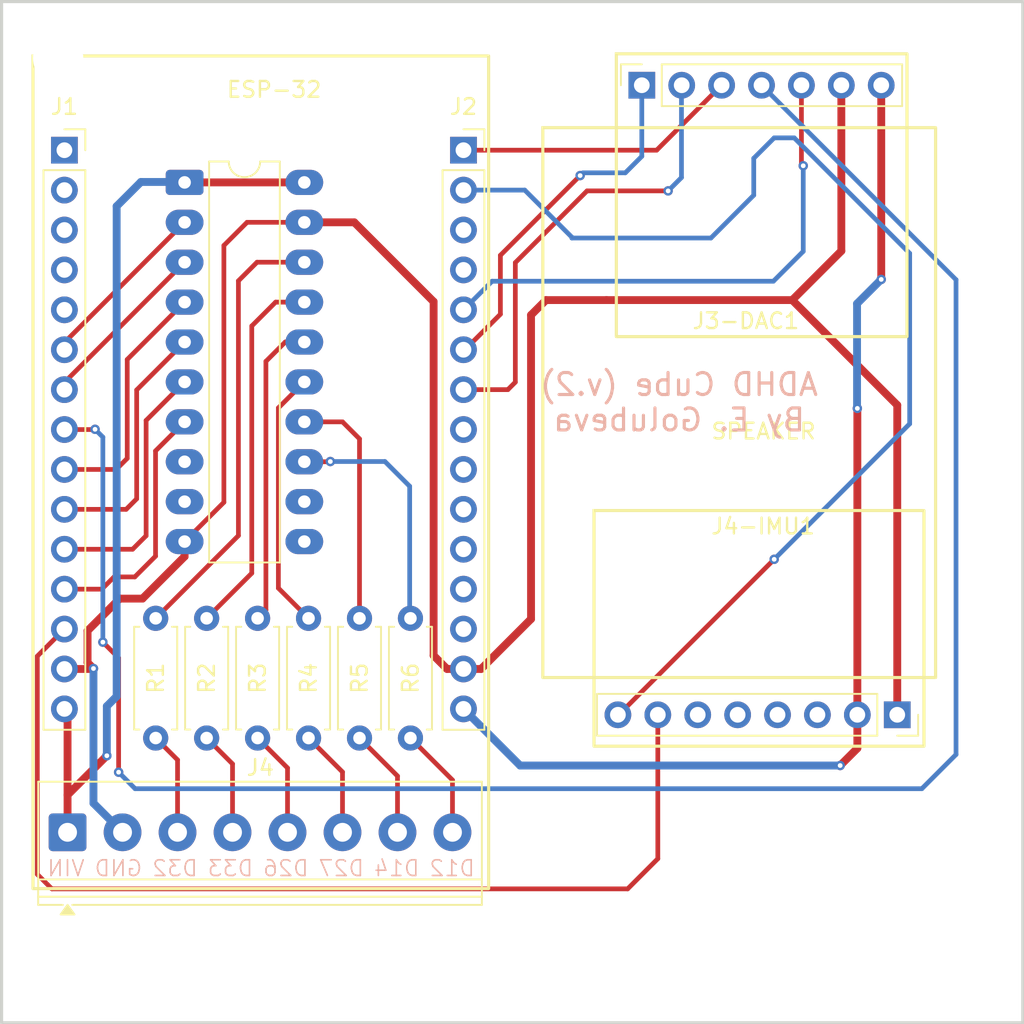
<source format=kicad_pcb>
(kicad_pcb (version 20241229) (generator "pcbnew") (generator_version "9.0")
  (layers (0 "F.Cu" signal) (2 "B.Cu" signal) (13 "F.Paste" user) (15 "B.Paste" user) (5 "F.SilkS" user "F.Silkscreen") (7 "B.SilkS" user "B.Silkscreen") (1 "F.Mask" user) (3 "B.Mask" user) (25 "Edge.Cuts" user))
  (net 0 "")
  (net 1 "GND")
  (net 2 "D12")
  (net 3 "D33")
  (net 4 "D26")
  (net 5 "D32")
  (net 6 "D27")
  (net 7 "D14")
  (net 8 "D25")
  (net 12 "D13")
  (net 13 "VIN")
  (net 17 "D21")
  (net 18 "D23")
  (net 19 "D22")
  (net 23 "3V3")
  (net 27 "D18")
  (net 29 "D19")
  (net 36 "Net-(J4-Pin_4)")
  (net 37 "Net-(J4-Pin_3)")
  (net 38 "Net-(J4-Pin_6)")
  (net 39 "Net-(J4-Pin_5)")
  (net 42 "Net-(U1-B0)")
  (net 43 "Net-(U1-B1)")
  (net 44 "Net-(U1-B2)")
  (net 45 "Net-(U1-B3)")
  (net 46 "Net-(U1-B4)")
  (net 47 "Net-(U1-B5)")
  (net 48 "Net-(J4-Pin_7)")
  (net 49 "Net-(J4-Pin_8)")
  (footprint "Connector_PinSocket_2.54mm:PinSocket_1x15_P2.54mm_Vertical" (layer "F.Cu") (at 79.4 59.46)
    (property "Reference" "J2" (at 0 -2.77 0) (layer "F.SilkS"))
    (property "Value" "Conn_01x15" (hide yes))
    (fp_line (start -1.33 1.27) (end -1.33 36.89) (stroke (width 0.12)) (layer "F.SilkS"))
    (fp_line (start -1.33 1.27) (end 1.33 1.27) (stroke (width 0.12)) (layer "F.SilkS"))
    (fp_line (start -1.33 36.89) (end 1.33 36.89) (stroke (width 0.12)) (layer "F.SilkS"))
    (fp_line (start 0 -1.33) (end 1.33 -1.33) (stroke (width 0.12)) (layer "F.SilkS"))
    (fp_line (start 1.33 -1.33) (end 1.33 0) (stroke (width 0.12)) (layer "F.SilkS"))
    (fp_line (start 1.33 1.27) (end 1.33 36.89) (stroke (width 0.12)) (layer "F.SilkS"))
    (pad "1" thru_hole rect (at 0 0) (size 1.7 1.7) (drill 1) (layers "*.Cu" "*.Mask") (net 18 "D23"))
    (pad "2" thru_hole circle (at 0 2.54) (size 1.7 1.7) (drill 1) (layers "*.Cu" "*.Mask") (net 19 "D22"))
    (pad "3" thru_hole circle (at 0 5.08) (size 1.7 1.7) (drill 1) (layers "*.Cu" "*.Mask"))
    (pad "4" thru_hole circle (at 0 7.62) (size 1.7 1.7) (drill 1) (layers "*.Cu" "*.Mask"))
    (pad "5" thru_hole circle (at 0 10.16) (size 1.7 1.7) (drill 1) (layers "*.Cu" "*.Mask") (net 17 "D21"))
    (pad "6" thru_hole circle (at 0 12.7) (size 1.7 1.7) (drill 1) (layers "*.Cu" "*.Mask") (net 29 "D19"))
    (pad "7" thru_hole circle (at 0 15.24) (size 1.7 1.7) (drill 1) (layers "*.Cu" "*.Mask") (net 27 "D18"))
    (pad "8" thru_hole circle (at 0 17.78) (size 1.7 1.7) (drill 1) (layers "*.Cu" "*.Mask"))
    (pad "9" thru_hole circle (at 0 20.32) (size 1.7 1.7) (drill 1) (layers "*.Cu" "*.Mask"))
    (pad "10" thru_hole circle (at 0 22.86) (size 1.7 1.7) (drill 1) (layers "*.Cu" "*.Mask"))
    (pad "11" thru_hole circle (at 0 25.4) (size 1.7 1.7) (drill 1) (layers "*.Cu" "*.Mask"))
    (pad "12" thru_hole circle (at 0 27.94) (size 1.7 1.7) (drill 1) (layers "*.Cu" "*.Mask"))
    (pad "13" thru_hole circle (at 0 30.48) (size 1.7 1.7) (drill 1) (layers "*.Cu" "*.Mask"))
    (pad "14" thru_hole circle (at 0 33.02) (size 1.7 1.7) (drill 1) (layers "*.Cu" "*.Mask") (net 1 "GND"))
    (pad "15" thru_hole circle (at 0 35.56) (size 1.7 1.7) (drill 1) (layers "*.Cu" "*.Mask") (net 23 "3V3"))
  )
  (footprint "Connector_PinSocket_2.54mm:PinSocket_1x15_P2.54mm_Vertical" (layer "F.Cu") (at 54 59.46)
    (property "Reference" "J1" (at 0 -2.77 0) (layer "F.SilkS"))
    (property "Value" "Conn_01x15" (hide yes))
    (fp_line (start -1.33 1.27) (end -1.33 36.89) (stroke (width 0.12)) (layer "F.SilkS"))
    (fp_line (start -1.33 1.27) (end 1.33 1.27) (stroke (width 0.12)) (layer "F.SilkS"))
    (fp_line (start -1.33 36.89) (end 1.33 36.89) (stroke (width 0.12)) (layer "F.SilkS"))
    (fp_line (start 0 -1.33) (end 1.33 -1.33) (stroke (width 0.12)) (layer "F.SilkS"))
    (fp_line (start 1.33 -1.33) (end 1.33 0) (stroke (width 0.12)) (layer "F.SilkS"))
    (fp_line (start 1.33 1.27) (end 1.33 36.89) (stroke (width 0.12)) (layer "F.SilkS"))
    (pad "1" thru_hole rect (at 0 0) (size 1.7 1.7) (drill 1) (layers "*.Cu" "*.Mask"))
    (pad "2" thru_hole circle (at 0 2.54) (size 1.7 1.7) (drill 1) (layers "*.Cu" "*.Mask"))
    (pad "3" thru_hole circle (at 0 5.08) (size 1.7 1.7) (drill 1) (layers "*.Cu" "*.Mask"))
    (pad "4" thru_hole circle (at 0 7.62) (size 1.7 1.7) (drill 1) (layers "*.Cu" "*.Mask"))
    (pad "5" thru_hole circle (at 0 10.16) (size 1.7 1.7) (drill 1) (layers "*.Cu" "*.Mask"))
    (pad "6" thru_hole circle (at 0 12.7) (size 1.7 1.7) (drill 1) (layers "*.Cu" "*.Mask") (net 5 "D32"))
    (pad "7" thru_hole circle (at 0 15.24) (size 1.7 1.7) (drill 1) (layers "*.Cu" "*.Mask") (net 3 "D33"))
    (pad "8" thru_hole circle (at 0 17.78) (size 1.7 1.7) (drill 1) (layers "*.Cu" "*.Mask") (net 8 "D25"))
    (pad "9" thru_hole circle (at 0 20.32) (size 1.7 1.7) (drill 1) (layers "*.Cu" "*.Mask") (net 4 "D26"))
    (pad "10" thru_hole circle (at 0 22.86) (size 1.7 1.7) (drill 1) (layers "*.Cu" "*.Mask") (net 6 "D27"))
    (pad "11" thru_hole circle (at 0 25.4) (size 1.7 1.7) (drill 1) (layers "*.Cu" "*.Mask") (net 7 "D14"))
    (pad "12" thru_hole circle (at 0 27.94) (size 1.7 1.7) (drill 1) (layers "*.Cu" "*.Mask") (net 2 "D12"))
    (pad "13" thru_hole circle (at 0 30.48) (size 1.7 1.7) (drill 1) (layers "*.Cu" "*.Mask") (net 12 "D13"))
    (pad "14" thru_hole circle (at 0 33.02) (size 1.7 1.7) (drill 1) (layers "*.Cu" "*.Mask") (net 1 "GND"))
    (pad "15" thru_hole circle (at 0 35.56) (size 1.7 1.7) (drill 1) (layers "*.Cu" "*.Mask") (net 13 "VIN"))
  )
  (footprint "MountingHole:MountingHole_3.2mm_M3" (layer "F.Cu") (at 53.6 53.6)
    (property "Reference" "H1" (hide yes))
    (property "Value" "MountingHole" (hide yes))
    (pad "" np_thru_hole circle (at 0 0) (size 3.2 3.2) (drill 3.2) (layers "*.Cu" "*.Mask"))
  )
  (footprint "Resistor_THT:R_Axial_DIN0207_L6.3mm_D2.5mm_P7.62mm_Horizontal" (layer "F.Cu") (at 63.053 89.255 -90)
    (property "Reference" "R2" (at 3.81 0 90) (layer "F.SilkS"))
    (property "Value" "R" (hide yes))
    (fp_line (start 0.54 1.37) (end 7.08 1.37) (stroke (width 0.12)) (layer "F.SilkS"))
    (fp_line (start 7.08 1.37) (end 7.08 1.04) (stroke (width 0.12)) (layer "F.SilkS"))
    (fp_line (start 0.54 1.04) (end 0.54 1.37) (stroke (width 0.12)) (layer "F.SilkS"))
    (fp_line (start 0.54 -1.04) (end 0.54 -1.37) (stroke (width 0.12)) (layer "F.SilkS"))
    (fp_line (start 0.54 -1.37) (end 7.08 -1.37) (stroke (width 0.12)) (layer "F.SilkS"))
    (fp_line (start 7.08 -1.37) (end 7.08 -1.04) (stroke (width 0.12)) (layer "F.SilkS"))
    (pad "1" thru_hole circle (at 0 0 270) (size 1.6 1.6) (drill 0.8) (layers "*.Cu" "*.Mask") (net 43 "Net-(U1-B1)"))
    (pad "2" thru_hole circle (at 7.62 0 270) (size 1.6 1.6) (drill 0.8) (layers "*.Cu" "*.Mask") (net 36 "Net-(J4-Pin_4)"))
  )
  (footprint "Resistor_THT:R_Axial_DIN0207_L6.3mm_D2.5mm_P7.62mm_Horizontal" (layer "F.Cu") (at 59.81 89.255 -90)
    (property "Reference" "R1" (at 3.81 0 90) (layer "F.SilkS"))
    (property "Value" "R" (hide yes))
    (fp_line (start 0.54 1.37) (end 7.08 1.37) (stroke (width 0.12)) (layer "F.SilkS"))
    (fp_line (start 7.08 1.37) (end 7.08 1.04) (stroke (width 0.12)) (layer "F.SilkS"))
    (fp_line (start 0.54 1.04) (end 0.54 1.37) (stroke (width 0.12)) (layer "F.SilkS"))
    (fp_line (start 0.54 -1.04) (end 0.54 -1.37) (stroke (width 0.12)) (layer "F.SilkS"))
    (fp_line (start 0.54 -1.37) (end 7.08 -1.37) (stroke (width 0.12)) (layer "F.SilkS"))
    (fp_line (start 7.08 -1.37) (end 7.08 -1.04) (stroke (width 0.12)) (layer "F.SilkS"))
    (pad "1" thru_hole circle (at 0 0 270) (size 1.6 1.6) (drill 0.8) (layers "*.Cu" "*.Mask") (net 42 "Net-(U1-B0)"))
    (pad "2" thru_hole circle (at 7.62 0 270) (size 1.6 1.6) (drill 0.8) (layers "*.Cu" "*.Mask") (net 37 "Net-(J4-Pin_3)"))
  )
  (footprint "Connector_PinSocket_2.54mm:PinSocket_1x07_P2.54mm_Vertical" (layer "F.Cu") (at 90.75 55.325 90)
    (property "Reference" "J3-DAC1" (at -15 6.625 180) (layer "F.SilkS"))
    (property "Value" "Conn_01x07" (hide yes))
    (fp_line (start 1.33 -1.33) (end 1.33 0) (stroke (width 0.12)) (layer "F.SilkS"))
    (fp_line (start 0 -1.33) (end 1.33 -1.33) (stroke (width 0.12)) (layer "F.SilkS"))
    (fp_line (start 1.33 1.27) (end 1.33 16.57) (stroke (width 0.12)) (layer "F.SilkS"))
    (fp_line (start -1.33 1.27) (end 1.33 1.27) (stroke (width 0.12)) (layer "F.SilkS"))
    (fp_line (start -1.33 1.27) (end -1.33 16.57) (stroke (width 0.12)) (layer "F.SilkS"))
    (fp_line (start -1.33 16.57) (end 1.33 16.57) (stroke (width 0.12)) (layer "F.SilkS"))
    (pad "1" thru_hole rect (at 0 0 90) (size 1.7 1.7) (drill 1) (layers "*.Cu" "*.Mask") (net 29 "D19"))
    (pad "2" thru_hole circle (at 0 2.54 90) (size 1.7 1.7) (drill 1) (layers "*.Cu" "*.Mask") (net 27 "D18"))
    (pad "3" thru_hole circle (at 0 5.08 90) (size 1.7 1.7) (drill 1) (layers "*.Cu" "*.Mask") (net 18 "D23"))
    (pad "4" thru_hole circle (at 0 7.62 90) (size 1.7 1.7) (drill 1) (layers "*.Cu" "*.Mask") (net 8 "D25"))
    (pad "5" thru_hole circle (at 0 10.16 90) (size 1.7 1.7) (drill 1) (layers "*.Cu" "*.Mask") (net 17 "D21"))
    (pad "6" thru_hole circle (at 0 12.7 90) (size 1.7 1.7) (drill 1) (layers "*.Cu" "*.Mask") (net 1 "GND"))
    (pad "7" thru_hole circle (at 0 15.24 90) (size 1.7 1.7) (drill 1) (layers "*.Cu" "*.Mask") (net 23 "3V3"))
  )
  (footprint "MountingHole:MountingHole_3.2mm_M3" (layer "F.Cu") (at 53.6 111.4)
    (property "Reference" "H4" (hide yes))
    (property "Value" "MountingHole" (hide yes))
    (pad "" np_thru_hole circle (at 0 0) (size 3.2 3.2) (drill 3.2) (layers "*.Cu" "*.Mask"))
  )
  (footprint "Resistor_THT:R_Axial_DIN0207_L6.3mm_D2.5mm_P7.62mm_Horizontal" (layer "F.Cu") (at 69.539 89.255 -90)
    (property "Reference" "R4" (at 3.81 0 90) (layer "F.SilkS"))
    (property "Value" "R" (hide yes))
    (fp_line (start 0.54 1.37) (end 7.08 1.37) (stroke (width 0.12)) (layer "F.SilkS"))
    (fp_line (start 7.08 1.37) (end 7.08 1.04) (stroke (width 0.12)) (layer "F.SilkS"))
    (fp_line (start 0.54 1.04) (end 0.54 1.37) (stroke (width 0.12)) (layer "F.SilkS"))
    (fp_line (start 0.54 -1.04) (end 0.54 -1.37) (stroke (width 0.12)) (layer "F.SilkS"))
    (fp_line (start 0.54 -1.37) (end 7.08 -1.37) (stroke (width 0.12)) (layer "F.SilkS"))
    (fp_line (start 7.08 -1.37) (end 7.08 -1.04) (stroke (width 0.12)) (layer "F.SilkS"))
    (pad "1" thru_hole circle (at 0 0 270) (size 1.6 1.6) (drill 0.8) (layers "*.Cu" "*.Mask") (net 45 "Net-(U1-B3)"))
    (pad "2" thru_hole circle (at 7.62 0 270) (size 1.6 1.6) (drill 0.8) (layers "*.Cu" "*.Mask") (net 38 "Net-(J4-Pin_6)"))
  )
  (footprint "Resistor_THT:R_Axial_DIN0207_L6.3mm_D2.5mm_P7.62mm_Horizontal" (layer "F.Cu") (at 76.025 89.255 -90)
    (property "Reference" "R6" (at 3.81 0 90) (layer "F.SilkS"))
    (property "Value" "R" (hide yes))
    (fp_line (start 0.54 1.37) (end 7.08 1.37) (stroke (width 0.12)) (layer "F.SilkS"))
    (fp_line (start 7.08 1.37) (end 7.08 1.04) (stroke (width 0.12)) (layer "F.SilkS"))
    (fp_line (start 0.54 1.04) (end 0.54 1.37) (stroke (width 0.12)) (layer "F.SilkS"))
    (fp_line (start 0.54 -1.04) (end 0.54 -1.37) (stroke (width 0.12)) (layer "F.SilkS"))
    (fp_line (start 0.54 -1.37) (end 7.08 -1.37) (stroke (width 0.12)) (layer "F.SilkS"))
    (fp_line (start 7.08 -1.37) (end 7.08 -1.04) (stroke (width 0.12)) (layer "F.SilkS"))
    (pad "1" thru_hole circle (at 0 0 270) (size 1.6 1.6) (drill 0.8) (layers "*.Cu" "*.Mask") (net 47 "Net-(U1-B5)"))
    (pad "2" thru_hole circle (at 7.62 0 270) (size 1.6 1.6) (drill 0.8) (layers "*.Cu" "*.Mask") (net 49 "Net-(J4-Pin_8)"))
  )
  (footprint "Resistor_THT:R_Axial_DIN0207_L6.3mm_D2.5mm_P7.62mm_Horizontal" (layer "F.Cu") (at 72.782 89.255 -90)
    (property "Reference" "R5" (at 3.81 0 90) (layer "F.SilkS"))
    (property "Value" "R" (hide yes))
    (fp_line (start 0.54 1.37) (end 7.08 1.37) (stroke (width 0.12)) (layer "F.SilkS"))
    (fp_line (start 7.08 1.37) (end 7.08 1.04) (stroke (width 0.12)) (layer "F.SilkS"))
    (fp_line (start 0.54 1.04) (end 0.54 1.37) (stroke (width 0.12)) (layer "F.SilkS"))
    (fp_line (start 0.54 -1.04) (end 0.54 -1.37) (stroke (width 0.12)) (layer "F.SilkS"))
    (fp_line (start 0.54 -1.37) (end 7.08 -1.37) (stroke (width 0.12)) (layer "F.SilkS"))
    (fp_line (start 7.08 -1.37) (end 7.08 -1.04) (stroke (width 0.12)) (layer "F.SilkS"))
    (pad "1" thru_hole circle (at 0 0 270) (size 1.6 1.6) (drill 0.8) (layers "*.Cu" "*.Mask") (net 46 "Net-(U1-B4)"))
    (pad "2" thru_hole circle (at 7.62 0 270) (size 1.6 1.6) (drill 0.8) (layers "*.Cu" "*.Mask") (net 48 "Net-(J4-Pin_7)"))
  )
  (footprint "Resistor_THT:R_Axial_DIN0207_L6.3mm_D2.5mm_P7.62mm_Horizontal" (layer "F.Cu") (at 66.296 89.255 -90)
    (property "Reference" "R3" (at 3.81 0 90) (layer "F.SilkS"))
    (property "Value" "R" (hide yes))
    (fp_line (start 0.54 1.37) (end 7.08 1.37) (stroke (width 0.12)) (layer "F.SilkS"))
    (fp_line (start 7.08 1.37) (end 7.08 1.04) (stroke (width 0.12)) (layer "F.SilkS"))
    (fp_line (start 0.54 1.04) (end 0.54 1.37) (stroke (width 0.12)) (layer "F.SilkS"))
    (fp_line (start 0.54 -1.04) (end 0.54 -1.37) (stroke (width 0.12)) (layer "F.SilkS"))
    (fp_line (start 0.54 -1.37) (end 7.08 -1.37) (stroke (width 0.12)) (layer "F.SilkS"))
    (fp_line (start 7.08 -1.37) (end 7.08 -1.04) (stroke (width 0.12)) (layer "F.SilkS"))
    (pad "1" thru_hole circle (at 0 0 270) (size 1.6 1.6) (drill 0.8) (layers "*.Cu" "*.Mask") (net 44 "Net-(U1-B2)"))
    (pad "2" thru_hole circle (at 7.62 0 270) (size 1.6 1.6) (drill 0.8) (layers "*.Cu" "*.Mask") (net 39 "Net-(J4-Pin_5)"))
  )
  (footprint "TerminalBlock_Phoenix:TerminalBlock_Phoenix_PT-1,5-8-3.5-H_1x08_P3.50mm_Horizontal" (layer "F.Cu") (at 54.2 102.875)
    (property "Reference" "J4" (at 12.27 -4.115 0) (layer "F.SilkS"))
    (property "Value" "Screw_Terminal_01x08" (hide yes))
    (fp_line (start -1.87 -3.22) (end 26.37 -3.22) (stroke (width 0.12)) (layer "F.SilkS"))
    (fp_line (start -1.87 3) (end 26.37 3) (stroke (width 0.12)) (layer "F.SilkS"))
    (fp_line (start -1.87 4.1) (end 26.37 4.1) (stroke (width 0.12)) (layer "F.SilkS"))
    (fp_line (start -1.87 4.62) (end -1.87 -3.22) (stroke (width 0.12)) (layer "F.SilkS"))
    (fp_line (start -0.3 4.62) (end -1.87 4.62) (stroke (width 0.12)) (layer "F.SilkS"))
    (fp_line (start 26.37 -3.22) (end 26.37 4.62) (stroke (width 0.12)) (layer "F.SilkS"))
    (fp_line (start 26.37 4.62) (end 0.3 4.62) (stroke (width 0.12)) (layer "F.SilkS"))
    (fp_poly (pts (xy 0 4.62) (xy 0.44 5.23) (xy -0.44 5.23)) (stroke (width 0.12)) (fill yes) (layer "F.SilkS"))
    (pad "1" thru_hole roundrect (at 0 0) (size 2.4 2.4) (drill 1.2) (layers "*.Cu" "*.Mask") (roundrect_rratio 0.104167) (net 13 "VIN"))
    (pad "2" thru_hole circle (at 3.5 0) (size 2.4 2.4) (drill 1.2) (layers "*.Cu" "*.Mask") (net 1 "GND"))
    (pad "3" thru_hole circle (at 7 0) (size 2.4 2.4) (drill 1.2) (layers "*.Cu" "*.Mask") (net 37 "Net-(J4-Pin_3)"))
    (pad "4" thru_hole circle (at 10.5 0) (size 2.4 2.4) (drill 1.2) (layers "*.Cu" "*.Mask") (net 36 "Net-(J4-Pin_4)"))
    (pad "5" thru_hole circle (at 14 0) (size 2.4 2.4) (drill 1.2) (layers "*.Cu" "*.Mask") (net 39 "Net-(J4-Pin_5)"))
    (pad "6" thru_hole circle (at 17.5 0) (size 2.4 2.4) (drill 1.2) (layers "*.Cu" "*.Mask") (net 38 "Net-(J4-Pin_6)"))
    (pad "7" thru_hole circle (at 21 0) (size 2.4 2.4) (drill 1.2) (layers "*.Cu" "*.Mask") (net 48 "Net-(J4-Pin_7)"))
    (pad "8" thru_hole circle (at 24.5 0) (size 2.4 2.4) (drill 1.2) (layers "*.Cu" "*.Mask") (net 49 "Net-(J4-Pin_8)"))
  )
  (footprint "Package_DIP:DIP-20_W7.62mm_LongPads" (layer "F.Cu") (at 61.65 61.51)
    (property "Reference" "U1" (hide yes))
    (property "Value" "74HC245" (hide yes))
    (fp_line (start 1.56 -1.33) (end 1.56 24.19) (stroke (width 0.12)) (layer "F.SilkS"))
    (fp_line (start 1.56 24.19) (end 6.06 24.19) (stroke (width 0.12)) (layer "F.SilkS"))
    (fp_line (start 2.81 -1.33) (end 1.56 -1.33) (stroke (width 0.12)) (layer "F.SilkS"))
    (fp_line (start 6.06 -1.33) (end 4.81 -1.33) (stroke (width 0.12)) (layer "F.SilkS"))
    (fp_line (start 6.06 24.19) (end 6.06 -1.33) (stroke (width 0.12)) (layer "F.SilkS"))
    (fp_arc (start 4.81 -1.33) (mid 3.81 -0.33) (end 2.81 -1.33) (stroke (width 0.12)) (layer "F.SilkS"))
    (pad "1" thru_hole roundrect (at 0 0) (size 2.4 1.6) (drill 0.8) (layers "*.Cu" "*.Mask") (roundrect_rratio 0.15625) (net 13 "VIN"))
    (pad "2" thru_hole oval (at 0 2.54) (size 2.4 1.6) (drill 0.8) (layers "*.Cu" "*.Mask") (net 5 "D32"))
    (pad "3" thru_hole oval (at 0 5.08) (size 2.4 1.6) (drill 0.8) (layers "*.Cu" "*.Mask") (net 3 "D33"))
    (pad "4" thru_hole oval (at 0 7.62) (size 2.4 1.6) (drill 0.8) (layers "*.Cu" "*.Mask") (net 4 "D26"))
    (pad "5" thru_hole oval (at 0 10.16) (size 2.4 1.6) (drill 0.8) (layers "*.Cu" "*.Mask") (net 6 "D27"))
    (pad "6" thru_hole oval (at 0 12.7) (size 2.4 1.6) (drill 0.8) (layers "*.Cu" "*.Mask") (net 7 "D14"))
    (pad "7" thru_hole oval (at 0 15.24) (size 2.4 1.6) (drill 0.8) (layers "*.Cu" "*.Mask") (net 2 "D12"))
    (pad "8" thru_hole oval (at 0 17.78) (size 2.4 1.6) (drill 0.8) (layers "*.Cu" "*.Mask"))
    (pad "9" thru_hole oval (at 0 20.32) (size 2.4 1.6) (drill 0.8) (layers "*.Cu" "*.Mask"))
    (pad "10" thru_hole oval (at 0 22.86) (size 2.4 1.6) (drill 0.8) (layers "*.Cu" "*.Mask") (net 1 "GND"))
    (pad "11" thru_hole oval (at 7.62 22.86) (size 2.4 1.6) (drill 0.8) (layers "*.Cu" "*.Mask"))
    (pad "12" thru_hole oval (at 7.62 20.32) (size 2.4 1.6) (drill 0.8) (layers "*.Cu" "*.Mask"))
    (pad "13" thru_hole oval (at 7.62 17.78) (size 2.4 1.6) (drill 0.8) (layers "*.Cu" "*.Mask") (net 47 "Net-(U1-B5)"))
    (pad "14" thru_hole oval (at 7.62 15.24) (size 2.4 1.6) (drill 0.8) (layers "*.Cu" "*.Mask") (net 46 "Net-(U1-B4)"))
    (pad "15" thru_hole oval (at 7.62 12.7) (size 2.4 1.6) (drill 0.8) (layers "*.Cu" "*.Mask") (net 45 "Net-(U1-B3)"))
    (pad "16" thru_hole oval (at 7.62 10.16) (size 2.4 1.6) (drill 0.8) (layers "*.Cu" "*.Mask") (net 44 "Net-(U1-B2)"))
    (pad "17" thru_hole oval (at 7.62 7.62) (size 2.4 1.6) (drill 0.8) (layers "*.Cu" "*.Mask") (net 43 "Net-(U1-B1)"))
    (pad "18" thru_hole oval (at 7.62 5.08) (size 2.4 1.6) (drill 0.8) (layers "*.Cu" "*.Mask") (net 42 "Net-(U1-B0)"))
    (pad "19" thru_hole oval (at 7.62 2.54) (size 2.4 1.6) (drill 0.8) (layers "*.Cu" "*.Mask") (net 1 "GND"))
    (pad "20" thru_hole oval (at 7.62 0) (size 2.4 1.6) (drill 0.8) (layers "*.Cu" "*.Mask") (net 13 "VIN"))
  )
  (footprint "MountingHole:MountingHole_3.2mm_M3" (layer "F.Cu") (at 111.41 111.42)
    (property "Reference" "H3" (hide yes))
    (property "Value" "MountingHole" (hide yes))
    (pad "" np_thru_hole circle (at 0 0) (size 3.2 3.2) (drill 3.2) (layers "*.Cu" "*.Mask"))
  )
  (footprint "MountingHole:MountingHole_3.2mm_M3" (layer "F.Cu") (at 111.4 53.6)
    (property "Reference" "H2" (hide yes))
    (property "Value" "MountingHole" (hide yes))
    (pad "" np_thru_hole circle (at 0 0) (size 3.2 3.2) (drill 3.2) (layers "*.Cu" "*.Mask"))
  )
  (footprint "Connector_PinSocket_2.54mm:PinSocket_1x08_P2.54mm_Vertical" (layer "F.Cu") (at 107.009138 95.394959 -90)
    (property "Reference" "J4-IMU1" (at -12 8.54 0) (layer "F.SilkS"))
    (property "Value" "Conn_01x08" (hide yes))
    (fp_line (start -1.33 19.11) (end 1.33 19.11) (stroke (width 0.12)) (layer "F.SilkS"))
    (fp_line (start -1.33 1.27) (end -1.33 19.11) (stroke (width 0.12)) (layer "F.SilkS"))
    (fp_line (start -1.33 1.27) (end 1.33 1.27) (stroke (width 0.12)) (layer "F.SilkS"))
    (fp_line (start 1.33 1.27) (end 1.33 19.11) (stroke (width 0.12)) (layer "F.SilkS"))
    (fp_line (start 0 -1.33) (end 1.33 -1.33) (stroke (width 0.12)) (layer "F.SilkS"))
    (fp_line (start 1.33 -1.33) (end 1.33 0) (stroke (width 0.12)) (layer "F.SilkS"))
    (pad "1" thru_hole rect (at 0 0 270) (size 1.7 1.7) (drill 1) (layers "*.Cu" "*.Mask") (net 1 "GND"))
    (pad "2" thru_hole circle (at 0 2.54 270) (size 1.7 1.7) (drill 1) (layers "*.Cu" "*.Mask") (net 23 "3V3"))
    (pad "3" thru_hole circle (at 0 5.08 270) (size 1.7 1.7) (drill 1) (layers "*.Cu" "*.Mask"))
    (pad "4" thru_hole circle (at 0 7.62 270) (size 1.7 1.7) (drill 1) (layers "*.Cu" "*.Mask"))
    (pad "5" thru_hole circle (at 0 10.16 270) (size 1.7 1.7) (drill 1) (layers "*.Cu" "*.Mask"))
    (pad "6" thru_hole circle (at 0 12.7 270) (size 1.7 1.7) (drill 1) (layers "*.Cu" "*.Mask"))
    (pad "7" thru_hole circle (at 0 15.24 270) (size 1.7 1.7) (drill 1) (layers "*.Cu" "*.Mask") (net 12 "D13"))
    (pad "8" thru_hole circle (at 0 17.78 270) (size 1.7 1.7) (drill 1) (layers "*.Cu" "*.Mask") (net 19 "D22"))
  )
  (gr_rect (start 87.709138 82.394959) (end 108.709138 97.394959) (stroke (width 0.2)) (fill no) (layer "F.SilkS"))
  (gr_rect (start 84.45 58.025) (end 109.45 93.025) (stroke (width 0.2)) (fill no) (layer "F.SilkS"))
  (gr_rect (start 52 53.46) (end 81 106.46) (stroke (width 0.2)) (fill no) (layer "F.SilkS"))
  (gr_rect (start 89.13 53.325) (end 107.63 71.325) (stroke (width 0.2)) (fill no) (layer "F.SilkS"))
  (gr_rect (start 50 50) (end 115 115) (stroke (width 0.2)) (fill no) (layer "Edge.Cuts"))
  (gr_text "ESP-32" (at 67.35 55.6 0) (layer "F.SilkS") (effects (font (size 1 1))))
  (gr_text "SPEAKER" (at 98.5 77.35 0) (layer "F.SilkS") (effects (font (size 1 1))))
  (gr_text "D12" (at 80.196327 105.75 0) (layer "B.SilkS") (effects (font (size 1 1) (thickness 0.1)) (justify left bottom mirror)))
  (gr_text "ADHD Cube (v.2)\nBy E. Golubeva" (at 93.12 75.5 0) (layer "B.SilkS") (effects (font (size 1.4 1.4) (thickness 0.2)) (justify mirror)))
  (gr_text "GND" (at 59.027347 105.75 0) (layer "B.SilkS") (effects (font (size 1 1) (thickness 0.1)) (justify left bottom mirror)))
  (gr_text "D26" (at 69.611837 105.75 0) (layer "B.SilkS") (effects (font (size 1 1) (thickness 0.1)) (justify left bottom mirror)))
  (gr_text "D32" (at 62.555511 105.75 0) (layer "B.SilkS") (effects (font (size 1 1) (thickness 0.1)) (justify left bottom mirror)))
  (gr_text "D33" (at 66.083674 105.75 0) (layer "B.SilkS") (effects (font (size 1 1) (thickness 0.1)) (justify left bottom mirror)))
  (gr_text "VIN" (at 55.356327 105.75 0) (layer "B.SilkS") (effects (font (size 1 1) (thickness 0.1)) (justify left bottom mirror)))
  (gr_text "D14" (at 76.668164 105.75 0) (layer "B.SilkS") (effects (font (size 1 1) (thickness 0.1)) (justify left bottom mirror)))
  (gr_text "D27" (at 73.14 105.75 0) (layer "B.SilkS") (effects (font (size 1 1) (thickness 0.1)) (justify left bottom mirror)))
  (segment (start 65.625 64.05) (end 69.27 64.05) (width 0.3) (layer "F.Cu") (net 1))
  (segment (start 103.45 65.875) (end 100.325 69) (width 0.5) (layer "F.Cu") (net 1))
  (segment (start 64.15 65.525) (end 65.625 64.05) (width 0.3) (layer "F.Cu") (net 1))
  (segment (start 103.45 55.325) (end 103.45 65.875) (width 0.5) (layer "F.Cu") (net 1))
  (segment (start 72.45 64.05) (end 77.5 69.1) (width 0.5) (layer "F.Cu") (net 1))
  (segment (start 83.7 89.3) (end 80.52 92.48) (width 0.5) (layer "F.Cu") (net 1))
  (segment (start 55.82 92.48) (end 55.85 92.45) (width 0.3) (layer "F.Cu") (net 1))
  (segment (start 64.15 81.87) (end 64.15 65.525) (width 0.3) (layer "F.Cu") (net 1))
  (segment (start 80.52 92.48) (end 79.4 92.48) (width 0.5) (layer "F.Cu") (net 1))
  (segment (start 55.474 92.074) (end 55.474 90.046) (width 0.5) (layer "F.Cu") (net 1))
  (segment (start 107.009138 95.394959) (end 107.009138 75.684138) (width 0.5) (layer "F.Cu") (net 1))
  (segment (start 61.65 84.37) (end 64.15 81.87) (width 0.3) (layer "F.Cu") (net 1))
  (segment (start 77.5 91.625) (end 78.355 92.48) (width 0.5) (layer "F.Cu") (net 1))
  (segment (start 100.325 69) (end 88.5 69) (width 0.5) (layer "F.Cu") (net 1))
  (segment (start 77.5 69.1) (end 77.5 91.625) (width 0.5) (layer "F.Cu") (net 1))
  (segment (start 58.969 88.001) (end 61.65 85.32) (width 0.5) (layer "F.Cu") (net 1))
  (segment (start 107.009138 75.684138) (end 100.325 69) (width 0.5) (layer "F.Cu") (net 1))
  (segment (start 69.27 64.05) (end 72.45 64.05) (width 0.5) (layer "F.Cu") (net 1))
  (segment (start 55.474 90.046) (end 57.519 88.001) (width 0.5) (layer "F.Cu") (net 1))
  (segment (start 54 92.48) (end 55.82 92.48) (width 0.5) (layer "F.Cu") (net 1))
  (segment (start 61.65 85.32) (end 61.65 84.37) (width 0.5) (layer "F.Cu") (net 1))
  (segment (start 83.7 69.95) (end 83.7 89.3) (width 0.5) (layer "F.Cu") (net 1))
  (segment (start 88.5 69) (end 84.65 69) (width 0.5) (layer "F.Cu") (net 1))
  (segment (start 57.519 88.001) (end 58.969 88.001) (width 0.5) (layer "F.Cu") (net 1))
  (segment (start 55.85 92.45) (end 55.474 92.074) (width 0.5) (layer "F.Cu") (net 1))
  (segment (start 78.355 92.48) (end 79.4 92.48) (width 0.5) (layer "F.Cu") (net 1))
  (segment (start 84.65 69) (end 83.7 69.95) (width 0.5) (layer "F.Cu") (net 1))
  (via (at 55.85 92.45) (size 0.6) (drill 0.3) (layers "F.Cu" "B.Cu") (net 1))
  (segment (start 57.7 102.875) (end 55.849 101.024) (width 0.5) (layer "B.Cu") (net 1))
  (segment (start 55.849 92.451) (end 55.85 92.45) (width 0.5) (layer "B.Cu") (net 1))
  (segment (start 55.849 101.024) (end 55.849 92.451) (width 0.5) (layer "B.Cu") (net 1))
  (segment (start 59.8 78.6) (end 61.65 76.75) (width 0.3) (layer "F.Cu") (net 2))
  (segment (start 56.38 87.4) (end 57.16 86.62) (width 0.3) (layer "F.Cu") (net 2))
  (segment (start 59.8 85.3) (end 59.8 78.6) (width 0.3) (layer "F.Cu") (net 2))
  (segment (start 58.48 86.62) (end 59.8 85.3) (width 0.3) (layer "F.Cu") (net 2))
  (segment (start 57.16 86.62) (end 58.48 86.62) (width 0.3) (layer "F.Cu") (net 2))
  (segment (start 54 87.4) (end 56.38 87.4) (width 0.3) (layer "F.Cu") (net 2))
  (segment (start 54 74.24) (end 61.65 66.59) (width 0.3) (layer "F.Cu") (net 3))
  (segment (start 54 74.7) (end 54 74.24) (width 0.3) (layer "F.Cu") (net 3))
  (segment (start 57.998 72.782) (end 61.65 69.13) (width 0.3) (layer "F.Cu") (net 4))
  (segment (start 54 79.78) (end 57.293 79.78) (width 0.3) (layer "F.Cu") (net 4))
  (segment (start 57.293 79.78) (end 57.998 79.075) (width 0.3) (layer "F.Cu") (net 4))
  (segment (start 57.998 79.075) (end 57.998 72.782) (width 0.3) (layer "F.Cu") (net 4))
  (segment (start 54 72.16) (end 54 71.7) (width 0.3) (layer "F.Cu") (net 5))
  (segment (start 54 71.7) (end 61.65 64.05) (width 0.3) (layer "F.Cu") (net 5))
  (segment (start 58.599 74.721) (end 61.65 71.67) (width 0.3) (layer "F.Cu") (net 6))
  (segment (start 54 82.32) (end 57.929 82.32) (width 0.3) (layer "F.Cu") (net 6))
  (segment (start 58.599 81.65) (end 58.599 74.721) (width 0.3) (layer "F.Cu") (net 6))
  (segment (start 57.929 82.32) (end 58.599 81.65) (width 0.3) (layer "F.Cu") (net 6))
  (segment (start 59.2 76.66) (end 61.65 74.21) (width 0.3) (layer "F.Cu") (net 7))
  (segment (start 59.2 84) (end 59.2 76.66) (width 0.3) (layer "F.Cu") (net 7))
  (segment (start 58.34 84.86) (end 59.2 84) (width 0.3) (layer "F.Cu") (net 7))
  (segment (start 54 84.86) (end 58.34 84.86) (width 0.3) (layer "F.Cu") (net 7))
  (segment (start 56.4475 90.7725) (end 57.45 91.775) (width 0.3) (layer "F.Cu") (net 8))
  (segment (start 55.935 77.24) (end 55.95 77.225) (width 0.3) (layer "F.Cu") (net 8))
  (segment (start 54 77.24) (end 55.935 77.24) (width 0.3) (layer "F.Cu") (net 8))
  (segment (start 57.45 91.775) (end 57.45 99.05) (width 0.3) (layer "F.Cu") (net 8))
  (via (at 55.95 77.225) (size 0.6) (drill 0.3) (layers "F.Cu" "B.Cu") (net 8))
  (via (at 56.4475 90.7725) (size 0.6) (drill 0.3) (layers "F.Cu" "B.Cu") (net 8))
  (via (at 57.45 99.05) (size 0.6) (drill 0.3) (layers "F.Cu" "B.Cu") (net 8))
  (segment (start 57.45 99.05) (end 58.5 100.1) (width 0.3) (layer "B.Cu") (net 8))
  (segment (start 58.5 100.1) (end 108.575 100.1) (width 0.3) (layer "B.Cu") (net 8))
  (segment (start 98.600322 55.555322) (end 98.37 55.555322) (width 0.3) (layer "B.Cu") (net 8))
  (segment (start 56.4475 90.7725) (end 56.4475 77.7225) (width 0.3) (layer "B.Cu") (net 8))
  (segment (start 110.75 67.705) (end 98.600322 55.555322) (width 0.3) (layer "B.Cu") (net 8))
  (segment (start 110.75 97.925) (end 110.75 67.705) (width 0.3) (layer "B.Cu") (net 8))
  (segment (start 56.4475 77.7225) (end 55.95 77.225) (width 0.3) (layer "B.Cu") (net 8))
  (segment (start 108.575 100.1) (end 110.75 97.925) (width 0.3) (layer "B.Cu") (net 8))
  (segment (start 91.769138 104.555862) (end 91.769138 95.394959) (width 0.3) (layer "F.Cu") (net 12))
  (segment (start 52.275 91.665) (end 52.275 105.55) (width 0.3) (layer "F.Cu") (net 12))
  (segment (start 52.275 105.55) (end 53.2 106.475) (width 0.3) (layer "F.Cu") (net 12))
  (segment (start 53.2 106.475) (end 89.85 106.475) (width 0.3) (layer "F.Cu") (net 12))
  (segment (start 54 89.94) (end 52.275 91.665) (width 0.3) (layer "F.Cu") (net 12))
  (segment (start 89.85 106.475) (end 91.769138 104.555862) (width 0.3) (layer "F.Cu") (net 12))
  (segment (start 61.65 61.51) (end 69.27 61.51) (width 0.5) (layer "F.Cu") (net 13))
  (segment (start 54.2 102.875) (end 54.2 100.5) (width 0.3) (layer "F.Cu") (net 13))
  (segment (start 54.2 95.22) (end 54 95.02) (width 0.3) (layer "F.Cu") (net 13))
  (segment (start 54.2 102.875) (end 54.2 95.22) (width 0.5) (layer "F.Cu") (net 13))
  (segment (start 54.2 100.5) (end 56.7 98) (width 0.5) (layer "F.Cu") (net 13))
  (via (at 56.7 98) (size 0.6) (drill 0.3) (layers "F.Cu" "B.Cu") (net 13))
  (segment (start 56.7 94.85) (end 57.325 94.225) (width 0.5) (layer "B.Cu") (net 13))
  (segment (start 58.86784 61.48216) (end 61.65 61.48216) (width 0.5) (layer "B.Cu") (net 13))
  (segment (start 57.325 63.025) (end 58.86784 61.48216) (width 0.5) (layer "B.Cu") (net 13))
  (segment (start 56.7 98) (end 56.7 94.85) (width 0.5) (layer "B.Cu") (net 13))
  (segment (start 57.325 94.225) (end 57.325 63.025) (width 0.5) (layer "B.Cu") (net 13))
  (segment (start 100.91 55.325) (end 100.91 60.335) (width 0.3) (layer "F.Cu") (net 17))
  (segment (start 100.91 60.335) (end 101.025 60.45) (width 0.3) (layer "F.Cu") (net 17))
  (via (at 101.025 60.45) (size 0.6) (drill 0.3) (layers "F.Cu" "B.Cu") (net 17))
  (segment (start 101.025 60.45) (end 101.025 65.9) (width 0.3) (layer "B.Cu") (net 17))
  (segment (start 81.22 67.8) (end 79.78163 69.23837) (width 0.3) (layer "B.Cu") (net 17))
  (segment (start 99.125 67.8) (end 81.22 67.8) (width 0.3) (layer "B.Cu") (net 17))
  (segment (start 79.78163 69.23837) (end 79.78163 69.62) (width 0.3) (layer "B.Cu") (net 17))
  (segment (start 101.025 65.9) (end 99.125 67.8) (width 0.3) (layer "B.Cu") (net 17))
  (segment (start 95.83 55.325) (end 91.695 59.46) (width 0.3) (layer "F.Cu") (net 18))
  (segment (start 91.695 59.46) (end 79.4 59.46) (width 0.3) (layer "F.Cu") (net 18))
  (segment (start 89.280041 95.394959) (end 99.175 85.5) (width 0.3) (layer "F.Cu") (net 19))
  (segment (start 89.229138 95.394959) (end 89.280041 95.394959) (width 0.3) (layer "F.Cu") (net 19))
  (via (at 99.175 85.5) (size 0.6) (drill 0.3) (layers "F.Cu" "B.Cu") (net 19))
  (segment (start 86.3 65) (end 83.3 62) (width 0.3) (layer "B.Cu") (net 19))
  (segment (start 97.875 59.975) (end 97.875 62.325) (width 0.3) (layer "B.Cu") (net 19))
  (segment (start 86.3 65.05) (end 86.3 65) (width 0.3) (layer "B.Cu") (net 19))
  (segment (start 100.45 58.675) (end 99.175 58.675) (width 0.3) (layer "B.Cu") (net 19))
  (segment (start 107.8 76.875) (end 107.8 66.025) (width 0.3) (layer "B.Cu") (net 19))
  (segment (start 97.875 62.325) (end 95.15 65.05) (width 0.3) (layer "B.Cu") (net 19))
  (segment (start 107.8 66.025) (end 100.45 58.675) (width 0.3) (layer "B.Cu") (net 19))
  (segment (start 95.15 65.05) (end 86.3 65.05) (width 0.3) (layer "B.Cu") (net 19))
  (segment (start 99.175 58.675) (end 97.875 59.975) (width 0.3) (layer "B.Cu") (net 19))
  (segment (start 83.3 62) (end 79.4 62) (width 0.3) (layer "B.Cu") (net 19))
  (segment (start 99.175 85.5) (end 107.8 76.875) (width 0.3) (layer "B.Cu") (net 19))
  (segment (start 104.469138 97.530862) (end 103.375 98.625) (width 0.5) (layer "F.Cu") (net 23))
  (segment (start 104.469138 75.894138) (end 104.45 75.875) (width 0.5) (layer "F.Cu") (net 23))
  (segment (start 105.99 67.685) (end 105.925 67.75) (width 0.3) (layer "F.Cu") (net 23))
  (segment (start 104.469138 95.394959) (end 104.469138 75.894138) (width 0.5) (layer "F.Cu") (net 23))
  (segment (start 104.469138 95.394959) (end 104.469138 97.530862) (width 0.5) (layer "F.Cu") (net 23))
  (segment (start 105.99 55.325) (end 105.99 67.685) (width 0.5) (layer "F.Cu") (net 23))
  (segment (start 105.99 55.325) (end 105.975 55.34) (width 0.3) (layer "F.Cu") (net 23))
  (via (at 105.99 67.685) (size 0.6) (drill 0.3) (layers "F.Cu" "B.Cu") (net 23))
  (via (at 103.375 98.625) (size 0.6) (drill 0.3) (layers "F.Cu" "B.Cu") (net 23))
  (via (at 104.469138 75.894138) (size 0.6) (drill 0.3) (layers "F.Cu" "B.Cu") (net 23))
  (segment (start 104.45 69.225) (end 105.925 67.75) (width 0.5) (layer "B.Cu") (net 23))
  (segment (start 83.005 98.625) (end 79.4 95.02) (width 0.5) (layer "B.Cu") (net 23))
  (segment (start 104.45 75.875) (end 104.45 69.225) (width 0.5) (layer "B.Cu") (net 23))
  (segment (start 103.375 98.625) (end 83.005 98.625) (width 0.5) (layer "B.Cu") (net 23))
  (segment (start 92.425 62.05) (end 87.265108 62.05) (width 0.3) (layer "F.Cu") (net 27))
  (segment (start 82.7 74.225) (end 82.225 74.7) (width 0.3) (layer "F.Cu") (net 27))
  (segment (start 82.7 66.615108) (end 82.7 74.225) (width 0.3) (layer "F.Cu") (net 27))
  (segment (start 87.265108 62.05) (end 82.7 66.615108) (width 0.3) (layer "F.Cu") (net 27))
  (segment (start 82.225 74.7) (end 79.4 74.7) (width 0.3) (layer "F.Cu") (net 27))
  (via (at 92.425 62.05) (size 0.6) (drill 0.3) (layers "F.Cu" "B.Cu") (net 27))
  (segment (start 92.425 62.05) (end 93.275 61.2) (width 0.3) (layer "B.Cu") (net 27))
  (segment (start 93.275 55.555322) (end 93.29 55.555322) (width 0.3) (layer "B.Cu") (net 27))
  (segment (start 93.275 61.2) (end 93.275 55.555322) (width 0.3) (layer "B.Cu") (net 27))
  (segment (start 81.75 69.9) (end 81.75 66.15) (width 0.3) (layer "F.Cu") (net 29))
  (segment (start 81.75 66.15) (end 86.825 61.075) (width 0.3) (layer "F.Cu") (net 29))
  (segment (start 79.49 72.16) (end 81.75 69.9) (width 0.3) (layer "F.Cu") (net 29))
  (segment (start 79.4 72.16) (end 79.49 72.16) (width 0.3) (layer "F.Cu") (net 29))
  (via (at 86.825 61.075) (size 0.6) (drill 0.3) (layers "F.Cu" "B.Cu") (net 29))
  (segment (start 90.75 59.85) (end 90.75 55.325) (width 0.3) (layer "B.Cu") (net 29))
  (segment (start 87 60.9) (end 89.7 60.9) (width 0.3) (layer "B.Cu") (net 29))
  (segment (start 89.7 60.9) (end 90.75 59.85) (width 0.3) (layer "B.Cu") (net 29))
  (segment (start 86.825 61.075) (end 87 60.9) (width 0.3) (layer "B.Cu") (net 29))
  (segment (start 64.7 98.522) (end 63.053 96.875) (width 0.3) (layer "F.Cu") (net 36))
  (segment (start 64.7 102.875) (end 64.7 98.522) (width 0.3) (layer "F.Cu") (net 36))
  (segment (start 61.2 102.875) (end 61.2 98.265) (width 0.3) (layer "F.Cu") (net 37))
  (segment (start 61.2 98.265) (end 59.81 96.875) (width 0.3) (layer "F.Cu") (net 37))
  (segment (start 71.7 102.875) (end 71.7 99.036) (width 0.3) (layer "F.Cu") (net 38))
  (segment (start 71.7 99.036) (end 69.539 96.875) (width 0.3) (layer "F.Cu") (net 38))
  (segment (start 68.2 102.875) (end 68.2 98.779) (width 0.3) (layer "F.Cu") (net 39))
  (segment (start 68.2 98.779) (end 66.296 96.875) (width 0.3) (layer "F.Cu") (net 39))
  (segment (start 65.075 67.775) (end 65.075 83.99) (width 0.3) (layer "F.Cu") (net 42))
  (segment (start 66.26 66.59) (end 65.075 67.775) (width 0.3) (layer "F.Cu") (net 42))
  (segment (start 69.27 66.59) (end 66.26 66.59) (width 0.3) (layer "F.Cu") (net 42))
  (segment (start 65.075 83.99) (end 59.81 89.255) (width 0.3) (layer "F.Cu") (net 42))
  (segment (start 67.445 69.13) (end 65.925 70.65) (width 0.3) (layer "F.Cu") (net 43))
  (segment (start 65.925 70.65) (end 65.925 86.383) (width 0.3) (layer "F.Cu") (net 43))
  (segment (start 65.925 86.383) (end 63.053 89.255) (width 0.3) (layer "F.Cu") (net 43))
  (segment (start 69.27 69.13) (end 67.445 69.13) (width 0.3) (layer "F.Cu") (net 43))
  (segment (start 66.825 72.9) (end 66.825 88.726) (width 0.3) (layer "F.Cu") (net 44))
  (segment (start 66.825 88.726) (end 66.296 89.255) (width 0.3) (layer "F.Cu") (net 44))
  (segment (start 68.055 71.67) (end 66.825 72.9) (width 0.3) (layer "F.Cu") (net 44))
  (segment (start 69.27 71.67) (end 68.055 71.67) (width 0.3) (layer "F.Cu") (net 44))
  (segment (start 67.619 87.335) (end 69.539 89.255) (width 0.3) (layer "F.Cu") (net 45))
  (segment (start 69.27 74.21) (end 67.619 75.861) (width 0.3) (layer "F.Cu") (net 45))
  (segment (start 67.619 75.861) (end 67.619 87.335) (width 0.3) (layer "F.Cu") (net 45))
  (segment (start 72.782 77.832) (end 71.7 76.75) (width 0.3) (layer "F.Cu") (net 46))
  (segment (start 72.782 89.255) (end 72.782 77.832) (width 0.3) (layer "F.Cu") (net 46))
  (segment (start 71.7 76.75) (end 69.27 76.75) (width 0.3) (layer "F.Cu") (net 46))
  (segment (start 70.91 79.29) (end 70.925 79.275) (width 0.3) (layer "F.Cu") (net 47))
  (segment (start 69.27 79.29) (end 70.91 79.29) (width 0.3) (layer "F.Cu") (net 47))
  (via (at 70.925 79.275) (size 0.6) (drill 0.3) (layers "F.Cu" "B.Cu") (net 47))
  (segment (start 70.925 79.275) (end 74.4 79.275) (width 0.3) (layer "B.Cu") (net 47))
  (segment (start 74.4 79.275) (end 75.975 80.85) (width 0.3) (layer "B.Cu") (net 47))
  (segment (start 75.975 88.921387) (end 76.025 88.921387) (width 0.3) (layer "B.Cu") (net 47))
  (segment (start 75.975 80.85) (end 75.975 88.921387) (width 0.3) (layer "B.Cu") (net 47))
  (segment (start 75.2 102.875) (end 75.2 99.293) (width 0.3) (layer "F.Cu") (net 48))
  (segment (start 75.2 99.293) (end 72.782 96.875) (width 0.3) (layer "F.Cu") (net 48))
  (segment (start 78.7 102.875) (end 78.7 99.55) (width 0.3) (layer "F.Cu") (net 49))
  (segment (start 78.7 99.55) (end 76.025 96.875) (width 0.3) (layer "F.Cu") (net 49))
)
</source>
